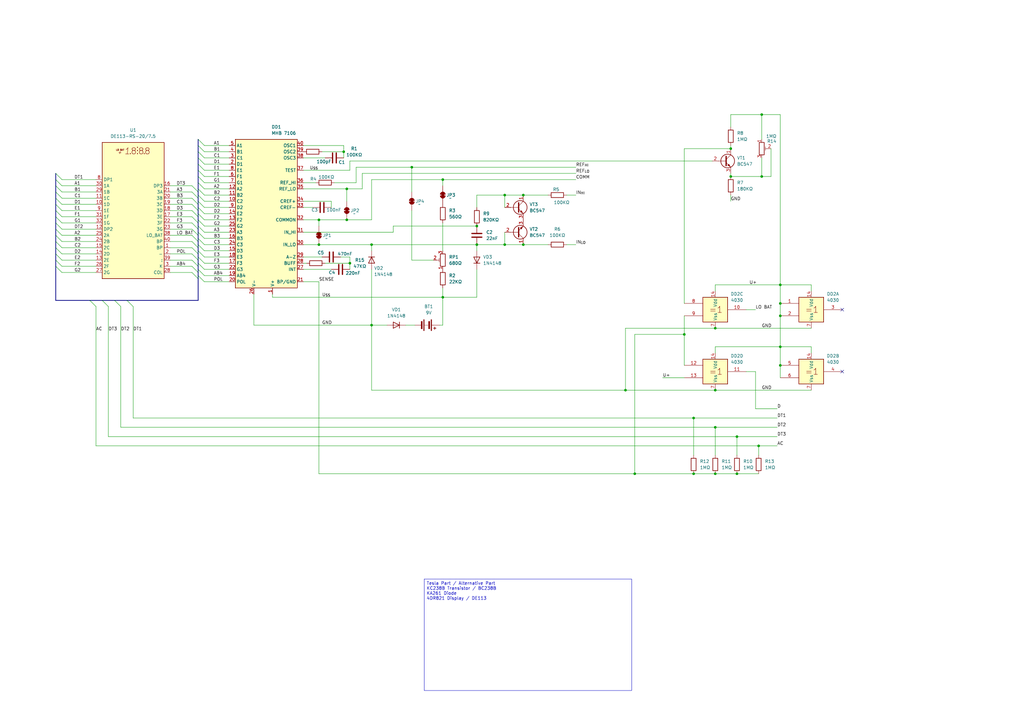
<source format=kicad_sch>
(kicad_sch (version 20250114) (generator "eeschema") (generator_version "9.0")
  (paper "A3")
  (lib_symbols
    (symbol "4xxx_IEEE:4030"
      (property "Reference" "U" (at 2.54 6.35 0))
      (property "Value" "4030" (at 6.35 -6.35 0))
      (symbol "4030_0_0"
        (rectangle (start -5.08 5.08) (end 5.08 -5.08) (stroke (width 0.254)) (fill (type background)))
        (text "=1" (at 0.254 0 0) (effects (font (size 2.54 2.54))))
        (pin power_in line (at 0 7.62 270) (length 2.54) (name "Vdd") (number "14"))
        (pin power_in line (at 0 -7.62 90) (length 2.54) (name "Vss") (number "7"))
      )
      (symbol "4030_1_1"
        (pin input line (at -12.7 2.54 0) (length 7.62) (name "~") (number "1"))
        (pin input line (at -12.7 -2.54 0) (length 7.62) (name "~") (number "2"))
        (pin output line (at 12.7 0 180) (length 7.62) (name "~") (number "3"))
      )
      (symbol "4030_2_1"
        (pin input line (at -12.7 2.54 0) (length 7.62) (name "~") (number "5"))
        (pin input line (at -12.7 -2.54 0) (length 7.62) (name "~") (number "6"))
        (pin output line (at 12.7 0 180) (length 7.62) (name "~") (number "4"))
      )
      (symbol "4030_3_1"
        (pin input line (at -12.7 2.54 0) (length 7.62) (name "~") (number "8"))
        (pin input line (at -12.7 -2.54 0) (length 7.62) (name "~") (number "9"))
        (pin output line (at 12.7 0 180) (length 7.62) (name "~") (number "10"))
      )
      (symbol "4030_4_1"
        (pin input line (at -12.7 2.54 0) (length 7.62) (name "~") (number "12"))
        (pin input line (at -12.7 -2.54 0) (length 7.62) (name "~") (number "13"))
        (pin output line (at 12.7 0 180) (length 7.62) (name "~") (number "11"))
      )
    )
    (symbol "Analog_ADC:ICL7106CPL"
      (property "Reference" "DD1" (at 2.1433 35.56 0))
      (property "Value" "MHB 7106" (at 2.1433 33.02 0))
      (symbol "ICL7106CPL_0_1"
        (rectangle (start -12.7 30.48) (end 12.7 -30.48) (stroke (width 0.254)) (fill (type background)))
      )
      (symbol "ICL7106CPL_1_1"
        (pin output line (at -15.24 27.94 0) (length 2.54) (name "A1") (number "5"))
        (pin output line (at -15.24 25.4 0) (length 2.54) (name "B1") (number "4"))
        (pin output line (at -15.24 22.86 0) (length 2.54) (name "C1") (number "3"))
        (pin output line (at -15.24 20.32 0) (length 2.54) (name "D1") (number "2"))
        (pin output line (at -15.24 17.78 0) (length 2.54) (name "E1") (number "8"))
        (pin output line (at -15.24 15.24 0) (length 2.54) (name "F1") (number "6"))
        (pin output line (at -15.24 12.7 0) (length 2.54) (name "G1") (number "7"))
        (pin output line (at -15.24 10.16 0) (length 2.54) (name "A2") (number "12"))
        (pin output line (at -15.24 7.62 0) (length 2.54) (name "B2") (number "11"))
        (pin output line (at -15.24 5.08 0) (length 2.54) (name "C2") (number "10"))
        (pin output line (at -15.24 2.54 0) (length 2.54) (name "D2") (number "9"))
        (pin output line (at -15.24 0 0) (length 2.54) (name "E2") (number "14"))
        (pin output line (at -15.24 -2.54 0) (length 2.54) (name "F2") (number "13"))
        (pin output line (at -15.24 -5.08 0) (length 2.54) (name "G2") (number "25"))
        (pin output line (at -15.24 -7.62 0) (length 2.54) (name "A3") (number "23"))
        (pin output line (at -15.24 -10.16 0) (length 2.54) (name "B3") (number "16"))
        (pin output line (at -15.24 -12.7 0) (length 2.54) (name "C3") (number "24"))
        (pin output line (at -15.24 -15.24 0) (length 2.54) (name "D3") (number "15"))
        (pin output line (at -15.24 -17.78 0) (length 2.54) (name "E3") (number "18"))
        (pin output line (at -15.24 -20.32 0) (length 2.54) (name "F3") (number "17"))
        (pin output line (at -15.24 -22.86 0) (length 2.54) (name "G3") (number "22"))
        (pin output line (at -15.24 -25.4 0) (length 2.54) (name "AB4") (number "19"))
        (pin output line (at -15.24 -27.94 0) (length 2.54) (name "POL") (number "20"))
        (pin power_in line (at -5.08 -33.02 90) (length 2.54) (name "V-") (number "26"))
        (pin power_in line (at 2.54 -33.02 90) (length 2.54) (name "V+") (number "1"))
        (pin passive line (at 15.24 27.94 180) (length 2.54) (name "OSC1") (number "40"))
        (pin passive line (at 15.24 25.4 180) (length 2.54) (name "OSC2") (number "39"))
        (pin passive line (at 15.24 22.86 180) (length 2.54) (name "OSC3") (number "38"))
        (pin passive line (at 15.24 17.78 180) (length 2.54) (name "TEST") (number "37"))
        (pin passive line (at 15.24 12.7 180) (length 2.54) (name "REF_HI") (number "36"))
        (pin passive line (at 15.24 10.16 180) (length 2.54) (name "REF_LO") (number "35"))
        (pin passive line (at 15.24 5.08 180) (length 2.54) (name "CREF+") (number "34"))
        (pin passive line (at 15.24 2.54 180) (length 2.54) (name "CREF-") (number "33"))
        (pin output line (at 15.24 -2.54 180) (length 2.54) (name "COMMON") (number "32"))
        (pin input line (at 15.24 -7.62 180) (length 2.54) (name "IN_HI") (number "31"))
        (pin input line (at 15.24 -12.7 180) (length 2.54) (name "IN_LO") (number "30"))
        (pin passive line (at 15.24 -17.78 180) (length 2.54) (name "A-Z") (number "29"))
        (pin output line (at 15.24 -20.32 180) (length 2.54) (name "BUFF") (number "28"))
        (pin passive line (at 15.24 -22.86 180) (length 2.54) (name "INT") (number "27"))
        (pin bidirectional line (at 15.24 -27.94 180) (length 2.54) (name "BP/GND") (number "21"))
      )
    )
    (symbol "Device:Battery" (pin_numbers (hide yes)) (pin_names (offset 0) (hide yes))
      (property "Reference" "BT" (at 2.54 2.54 0))
      (property "Value" "Battery" (at 2.54 0 0))
      (symbol "Battery_0_1"
        (rectangle (start -2.286 1.778) (end 2.286 1.524) (fill (type outline)))
        (rectangle (start -2.286 -1.27) (end 2.286 -1.524) (fill (type outline)))
        (rectangle (start -1.524 1.016) (end 1.524 0.508) (fill (type outline)))
        (rectangle (start -1.524 -2.032) (end 1.524 -2.54) (fill (type outline)))
        (polyline (pts (xy 0 1.778) (xy 0 2.54)))
        (polyline (pts (xy 0 0) (xy 0 0.254)))
        (polyline (pts (xy 0 -0.508) (xy 0 -0.254)))
        (polyline (pts (xy 0 -1.016) (xy 0 -0.762)))
        (polyline (pts (xy 0.762 3.048) (xy 1.778 3.048)) (stroke (width 0.254)))
        (polyline (pts (xy 1.27 3.556) (xy 1.27 2.54)) (stroke (width 0.254)))
      )
      (symbol "Battery_1_1"
        (pin passive line (at 0 5.08 270) (length 2.54) (name "+") (number "1"))
        (pin passive line (at 0 -5.08 90) (length 2.54) (name "-") (number "2"))
      )
    )
    (symbol "Device:C" (pin_numbers (hide yes)) (pin_names (offset 0.254))
      (property "Reference" "C" (at 0.635 2.54 0))
      (property "Value" "C" (at 0.635 -2.54 0))
      (symbol "C_0_1"
        (polyline (pts (xy -2.032 0.762) (xy 2.032 0.762)) (stroke (width 0.508)))
        (polyline (pts (xy -2.032 -0.762) (xy 2.032 -0.762)) (stroke (width 0.508)))
      )
      (symbol "C_1_1"
        (pin passive line (at 0 3.81 270) (length 2.794) (name "~") (number "1"))
        (pin passive line (at 0 -3.81 90) (length 2.794) (name "~") (number "2"))
      )
    )
    (symbol "Device:R" (pin_numbers (hide yes)) (pin_names (offset 0))
      (property "Reference" "R" (at 2.032 0 90))
      (property "Value" "R" (at 0 0 90))
      (symbol "R_0_1"
        (rectangle (start -1.016 -2.54) (end 1.016 2.54) (stroke (width 0.254)))
      )
      (symbol "R_1_1"
        (pin passive line (at 0 3.81 270) (length 1.27) (name "~") (number "1"))
        (pin passive line (at 0 -3.81 90) (length 1.27) (name "~") (number "2"))
      )
    )
    (symbol "Device:R_Potentiometer_Trim" (pin_names (offset 1.016) (hide yes))
      (property "Reference" "RV" (at -4.445 0 90))
      (property "Value" "R_Potentiometer_Trim" (at -2.54 0 90))
      (symbol "R_Potentiometer_Trim_0_1"
        (rectangle (start 1.016 2.54) (end -1.016 -2.54) (stroke (width 0.254)))
        (polyline (pts (xy 1.524 0.762) (xy 1.524 -0.762)))
        (polyline (pts (xy 2.54 0) (xy 1.524 0)))
      )
      (symbol "R_Potentiometer_Trim_1_1"
        (pin passive line (at 0 3.81 270) (length 1.27) (name "1") (number "1"))
        (pin passive line (at 0 -3.81 90) (length 1.27) (name "3") (number "3"))
        (pin passive line (at 3.81 0 180) (length 1.27) (name "2") (number "2"))
      )
    )
    (symbol "Diode:1N4148" (pin_numbers (hide yes)) (pin_names (hide yes))
      (property "Reference" "D" (at 0 2.54 0))
      (property "Value" "1N4148" (at 0 -2.54 0))
      (symbol "1N4148_0_1"
        (polyline (pts (xy -1.27 1.27) (xy -1.27 -1.27)) (stroke (width 0.254)))
        (polyline (pts (xy 1.27 1.27) (xy 1.27 -1.27) (xy -1.27 0) (xy 1.27 1.27)) (stroke (width 0.254)))
        (polyline (pts (xy 1.27 0) (xy -1.27 0)))
      )
      (symbol "1N4148_1_1"
        (pin passive line (at -3.81 0 0) (length 2.54) (name "K") (number "1"))
        (pin passive line (at 3.81 0 180) (length 2.54) (name "A") (number "2"))
      )
    )
    (symbol "Display_Character:DE113-XX-XX"
      (property "Reference" "U" (at -11.43 29.21 0))
      (property "Value" "DE113-XX-XX" (at -11.938 -30.226 0))
      (symbol "DE113-XX-XX_0_0"
        (text "+" (at -5.461 23.876 0) (effects (font (size 1.27 1.27) (italic yes))))
        (text "LO BAT" (at -5.334 24.892 0) (effects (font (size 0.635 0.635))))
        (text "1" (at -2.413 24.384 0) (effects (font (size 2.54 2.54) (italic yes))))
        (text "." (at -1.143 24.384 0) (effects (font (size 2.54 2.54))))
        (text "8" (at 0.254 24.384 0) (effects (font (size 2.54 2.54))))
        (text ":" (at 1.778 25.654 0) (effects (font (size 2.54 2.54))))
        (text "." (at 1.778 24.384 0) (effects (font (size 2.54 2.54))))
        (text "8" (at 3.302 24.384 0) (effects (font (size 2.54 2.54))))
        (text "." (at 4.572 24.384 0) (effects (font (size 2.54 2.54))))
        (text "8" (at 5.842 24.384 0) (effects (font (size 2.54 2.54))))
      )
      (symbol "DE113-XX-XX_0_1"
        (rectangle (start -12.7 27.94) (end 12.7 -27.94) (stroke (width 0.254)) (fill (type background)))
      )
      (symbol "DE113-XX-XX_1_1"
        (pin input line (at -15.24 12.7 0) (length 2.54) (name "DP1") (number "8"))
        (pin input line (at -15.24 10.16 0) (length 2.54) (name "1A") (number "30"))
        (pin input line (at -15.24 7.62 0) (length 2.54) (name "1B") (number "29"))
        (pin input line (at -15.24 5.08 0) (length 2.54) (name "1C") (number "11"))
        (pin input line (at -15.24 2.54 0) (length 2.54) (name "1D") (number "10"))
        (pin input line (at -15.24 0 0) (length 2.54) (name "1E") (number "9"))
        (pin input line (at -15.24 -2.54 0) (length 2.54) (name "1F") (number "31"))
        (pin input line (at -15.24 -5.08 0) (length 2.54) (name "1G") (number "32"))
        (pin input line (at -15.24 -7.62 0) (length 2.54) (name "DP2") (number "12"))
        (pin input line (at -15.24 -10.16 0) (length 2.54) (name "2A") (number "25"))
        (pin input line (at -15.24 -12.7 0) (length 2.54) (name "2B") (number "24"))
        (pin input line (at -15.24 -15.24 0) (length 2.54) (name "2C") (number "15"))
        (pin input line (at -15.24 -17.78 0) (length 2.54) (name "2D") (number "14"))
        (pin input line (at -15.24 -20.32 0) (length 2.54) (name "2E") (number "13"))
        (pin input line (at -15.24 -22.86 0) (length 2.54) (name "2F") (number "26"))
        (pin input line (at -15.24 -25.4 0) (length 2.54) (name "2G") (number "27"))
        (pin no_connect line (at -12.7 22.86 0) (length 2.54) (hide yes) (name "NC") (number "4"))
        (pin no_connect line (at -12.7 20.32 0) (length 2.54) (hide yes) (name "NC") (number "5"))
        (pin no_connect line (at -12.7 17.78 0) (length 2.54) (hide yes) (name "NC") (number "6"))
        (pin no_connect line (at -12.7 15.24 0) (length 2.54) (hide yes) (name "NC") (number "7"))
        (pin no_connect line (at 12.7 22.86 180) (length 2.54) (hide yes) (name "NC") (number "37"))
        (pin no_connect line (at 12.7 20.32 180) (length 2.54) (hide yes) (name "NC") (number "36"))
        (pin no_connect line (at 12.7 17.78 180) (length 2.54) (hide yes) (name "NC") (number "35"))
        (pin no_connect line (at 12.7 15.24 180) (length 2.54) (hide yes) (name "NC") (number "34"))
        (pin no_connect line (at 12.7 12.7 180) (length 2.54) (hide yes) (name "NC") (number "33"))
        (pin input line (at 15.24 10.16 180) (length 2.54) (name "DP3") (number "16"))
        (pin input line (at 15.24 7.62 180) (length 2.54) (name "3A") (number "21"))
        (pin input line (at 15.24 5.08 180) (length 2.54) (name "3B") (number "20"))
        (pin input line (at 15.24 2.54 180) (length 2.54) (name "3C") (number "19"))
        (pin input line (at 15.24 0 180) (length 2.54) (name "3D") (number "18"))
        (pin input line (at 15.24 -2.54 180) (length 2.54) (name "3E") (number "17"))
        (pin input line (at 15.24 -5.08 180) (length 2.54) (name "3F") (number "22"))
        (pin input line (at 15.24 -7.62 180) (length 2.54) (name "3G") (number "23"))
        (pin input line (at 15.24 -10.16 180) (length 2.54) (name "LO_BAT") (number "38"))
        (pin input line (at 15.24 -12.7 180) (length 2.54) (name "BP") (number "40"))
        (pin input line (at 15.24 -15.24 180) (length 2.54) (name "BP") (number "1"))
        (pin input line (at 15.24 -17.78 180) (length 2.54) (name "-") (number "2"))
        (pin input line (at 15.24 -20.32 180) (length 2.54) (name ":") (number "39"))
        (pin input line (at 15.24 -22.86 180) (length 2.54) (name "K") (number "3"))
        (pin input line (at 15.24 -25.4 180) (length 2.54) (name "COL") (number "28"))
      )
    )
    (symbol "Jumper:SolderJumper_2_Bridged" (pin_numbers (hide yes)) (pin_names (offset 0) (hide yes)) (in_bom no)
      (property "Reference" "JP" (at 0 2.032 0))
      (property "Value" "SolderJumper_2_Bridged" (at 0 -2.54 0))
      (symbol "SolderJumper_2_Bridged_0_1"
        (rectangle (start -0.508 0.508) (end 0.508 -0.508) (fill (type outline)))
        (polyline (pts (xy -0.254 1.016) (xy -0.254 -1.016)))
        (arc (start -0.254 -1.016) (mid -1.2656 0) (end -0.254 1.016))
        (arc (start -0.254 -1.016) (mid -1.2656 0) (end -0.254 1.016) (fill (type outline)))
        (arc (start 0.254 1.016) (mid 1.2656 0) (end 0.254 -1.016))
        (arc (start 0.254 1.016) (mid 1.2656 0) (end 0.254 -1.016) (fill (type outline)))
        (polyline (pts (xy 0.254 1.016) (xy 0.254 -1.016)))
      )
      (symbol "SolderJumper_2_Bridged_1_1"
        (pin passive line (at -3.81 0 0) (length 2.54) (name "A") (number "1"))
        (pin passive line (at 3.81 0 180) (length 2.54) (name "B") (number "2"))
      )
    )
    (symbol "Transistor_BJT:BC547" (pin_names (offset 0) (hide yes))
      (property "Reference" "Q" (at 5.08 1.905 0))
      (property "Value" "BC547" (at 5.08 0 0))
      (symbol "BC547_0_1"
        (polyline (pts (xy -2.54 0) (xy 0.635 0)))
        (polyline (pts (xy 0.635 1.905) (xy 0.635 -1.905)) (stroke (width 0.508)))
        (circle (center 1.27 0) (radius 2.8194) (stroke (width 0.254)))
      )
      (symbol "BC547_1_1"
        (polyline (pts (xy 0.635 0.635) (xy 2.54 2.54)))
        (polyline (pts (xy 0.635 -0.635) (xy 2.54 -2.54)))
        (polyline (pts (xy 1.27 -1.778) (xy 1.778 -1.27) (xy 2.286 -2.286) (xy 1.27 -1.778)) (fill (type outline)))
        (pin input line (at -5.08 0 0) (length 2.54) (name "B") (number "2"))
        (pin passive line (at 2.54 5.08 270) (length 2.54) (name "C") (number "1"))
        (pin passive line (at 2.54 -5.08 90) (length 2.54) (name "E") (number "3"))
      )
    )
  )
  (text_box "Tesla Part / Alternative Part\nKC238B Transistor / BC238B\nKA261 Diode\n4DR821 Display / DE113" (at 173.99 237.49 0) (size 85.09 45.72) (margins 0.9525 0.9525 0.9525 0.9525) (effects (font (size 1.27 1.27)) (justify left top)))
  (junction (at 312.42 46.99))
  (junction (at 207.01 80.01))
  (junction (at 320.04 142.24))
  (junction (at 256.54 160.02))
  (junction (at 181.61 121.92))
  (junction (at 320.04 116.84))
  (junction (at 181.61 73.66))
  (junction (at 312.42 72.39))
  (junction (at 284.48 194.31))
  (junction (at 140.97 62.23))
  (junction (at 142.24 90.17))
  (junction (at 207.01 100.33))
  (junction (at 293.37 194.31))
  (junction (at 143.51 107.95))
  (junction (at 152.4 133.35))
  (junction (at 195.58 100.33))
  (junction (at 130.81 90.17))
  (junction (at 284.48 171.45))
  (junction (at 299.72 72.39))
  (junction (at 320.04 124.46))
  (junction (at 152.4 100.33))
  (junction (at 311.15 182.88))
  (junction (at 214.63 100.33))
  (junction (at 302.26 194.31))
  (junction (at 320.04 129.54))
  (junction (at 214.63 80.01))
  (junction (at 168.91 68.58))
  (junction (at 195.58 92.71))
  (junction (at 260.35 194.31))
  (junction (at 320.04 149.86))
  (junction (at 293.37 175.26))
  (junction (at 293.37 160.02))
  (junction (at 142.24 77.47))
  (junction (at 299.72 60.96))
  (junction (at 280.67 137.16))
  (junction (at 293.37 134.62))
  (junction (at 302.26 179.07))
  (junction (at 130.81 100.33))
  (no_connect (at 345.44 127))
  (no_connect (at 345.44 152.4))
  (bus_entry (at 81.28 95.25) (size 2.54 2.54))
  (bus_entry (at 81.28 67.31) (size 2.54 2.54))
  (bus_entry (at 81.28 87.63) (size 2.54 2.54))
  (bus_entry (at 81.28 110.49) (size 2.54 2.54))
  (bus_entry (at 22.86 99.06) (size 2.54 2.54))
  (bus_entry (at 81.28 82.55) (size 2.54 2.54))
  (bus_entry (at 78.74 104.14) (size 2.54 2.54))
  (bus_entry (at 22.86 73.66) (size 2.54 2.54))
  (bus_entry (at 81.28 64.77) (size 2.54 2.54))
  (bus_entry (at 78.74 78.74) (size 2.54 2.54))
  (bus_entry (at 78.74 93.98) (size 2.54 2.54))
  (bus_entry (at 78.74 106.68) (size 2.54 2.54))
  (bus_entry (at 81.28 77.47) (size 2.54 2.54))
  (bus_entry (at 46.99 123.19) (size 2.54 2.54))
  (bus_entry (at 22.86 93.98) (size 2.54 2.54))
  (bus_entry (at 81.28 100.33) (size 2.54 2.54))
  (bus_entry (at 81.28 74.93) (size 2.54 2.54))
  (bus_entry (at 22.86 109.22) (size 2.54 2.54))
  (bus_entry (at 22.86 81.28) (size 2.54 2.54))
  (bus_entry (at 78.74 86.36) (size 2.54 2.54))
  (bus_entry (at 78.74 109.22) (size 2.54 2.54))
  (bus_entry (at 81.28 62.23) (size 2.54 2.54))
  (bus_entry (at 22.86 83.82) (size 2.54 2.54))
  (bus_entry (at 22.86 86.36) (size 2.54 2.54))
  (bus_entry (at 81.28 113.03) (size 2.54 2.54))
  (bus_entry (at 78.74 81.28) (size 2.54 2.54))
  (bus_entry (at 81.28 107.95) (size 2.54 2.54))
  (bus_entry (at 81.28 69.85) (size 2.54 2.54))
  (bus_entry (at 78.74 99.06) (size 2.54 2.54))
  (bus_entry (at 22.86 91.44) (size 2.54 2.54))
  (bus_entry (at 81.28 97.79) (size 2.54 2.54))
  (bus_entry (at 22.86 71.12) (size 2.54 2.54))
  (bus_entry (at 36.83 123.19) (size 2.54 2.54))
  (bus_entry (at 22.86 104.14) (size 2.54 2.54))
  (bus_entry (at 78.74 76.2) (size 2.54 2.54))
  (bus_entry (at 22.86 78.74) (size 2.54 2.54))
  (bus_entry (at 22.86 76.2) (size 2.54 2.54))
  (bus_entry (at 22.86 101.6) (size 2.54 2.54))
  (bus_entry (at 78.74 96.52) (size 2.54 2.54))
  (bus_entry (at 52.07 123.19) (size 2.54 2.54))
  (bus_entry (at 78.74 91.44) (size 2.54 2.54))
  (bus_entry (at 81.28 102.87) (size 2.54 2.54))
  (bus_entry (at 81.28 90.17) (size 2.54 2.54))
  (bus_entry (at 81.28 72.39) (size 2.54 2.54))
  (bus_entry (at 78.74 88.9) (size 2.54 2.54))
  (bus_entry (at 41.91 123.19) (size 2.54 2.54))
  (bus_entry (at 81.28 59.69) (size 2.54 2.54))
  (bus_entry (at 81.28 92.71) (size 2.54 2.54))
  (bus_entry (at 78.74 111.76) (size 2.54 2.54))
  (bus_entry (at 22.86 96.52) (size 2.54 2.54))
  (bus_entry (at 81.28 57.15) (size 2.54 2.54))
  (bus_entry (at 81.28 80.01) (size 2.54 2.54))
  (bus_entry (at 81.28 105.41) (size 2.54 2.54))
  (bus_entry (at 78.74 83.82) (size 2.54 2.54))
  (bus_entry (at 81.28 85.09) (size 2.54 2.54))
  (bus_entry (at 22.86 106.68) (size 2.54 2.54))
  (bus_entry (at 78.74 101.6) (size 2.54 2.54))
  (bus_entry (at 22.86 88.9) (size 2.54 2.54))
  (wire (pts (xy 129.54 74.93) (xy 124.46 74.93)))
  (wire (pts (xy 312.42 46.99) (xy 312.42 57.15)))
  (wire (pts (xy 293.37 144.78) (xy 293.37 142.24)))
  (wire (pts (xy 143.51 69.85) (xy 143.51 66.04)))
  (wire (pts (xy 299.72 82.55) (xy 299.72 80.01)))
  (wire (pts (xy 124.46 90.17) (xy 130.81 90.17)))
  (bus (pts (xy 22.86 101.6) (xy 22.86 104.14)))
  (wire (pts (xy 83.82 62.23) (xy 93.98 62.23)))
  (bus (pts (xy 81.28 99.06) (xy 81.28 100.33)))
  (wire (pts (xy 181.61 91.44) (xy 181.61 102.87)))
  (wire (pts (xy 293.37 134.62) (xy 332.74 134.62)))
  (wire (pts (xy 69.85 96.52) (xy 78.74 96.52)))
  (wire (pts (xy 195.58 102.87) (xy 195.58 100.33)))
  (wire (pts (xy 302.26 194.31) (xy 311.15 194.31)))
  (wire (pts (xy 25.4 96.52) (xy 39.37 96.52)))
  (bus (pts (xy 81.28 109.22) (xy 81.28 110.49)))
  (wire (pts (xy 152.4 133.35) (xy 158.75 133.35)))
  (wire (pts (xy 332.74 142.24) (xy 332.74 144.78)))
  (wire (pts (xy 181.61 73.66) (xy 181.61 76.2)))
  (wire (pts (xy 207.01 100.33) (xy 214.63 100.33)))
  (wire (pts (xy 142.24 90.17) (xy 152.4 90.17)))
  (wire (pts (xy 152.4 133.35) (xy 152.4 160.02)))
  (bus (pts (xy 81.28 114.3) (xy 81.28 123.19)))
  (wire (pts (xy 312.42 46.99) (xy 320.04 46.99)))
  (wire (pts (xy 69.85 104.14) (xy 78.74 104.14)))
  (bus (pts (xy 81.28 93.98) (xy 81.28 95.25)))
  (wire (pts (xy 207.01 85.09) (xy 207.01 80.01)))
  (bus (pts (xy 22.86 109.22) (xy 22.86 123.19)))
  (wire (pts (xy 130.81 115.57) (xy 130.81 194.31)))
  (wire (pts (xy 69.85 88.9) (xy 78.74 88.9)))
  (wire (pts (xy 293.37 134.62) (xy 256.54 134.62)))
  (wire (pts (xy 293.37 160.02) (xy 332.74 160.02)))
  (wire (pts (xy 83.82 80.01) (xy 93.98 80.01)))
  (bus (pts (xy 81.28 106.68) (xy 81.28 107.95)))
  (wire (pts (xy 146.05 68.58) (xy 146.05 74.93)))
  (wire (pts (xy 152.4 102.87) (xy 152.4 100.33)))
  (wire (pts (xy 299.72 46.99) (xy 312.42 46.99)))
  (wire (pts (xy 130.81 90.17) (xy 142.24 90.17)))
  (bus (pts (xy 81.28 100.33) (xy 81.28 101.6)))
  (wire (pts (xy 152.4 73.66) (xy 181.61 73.66)))
  (wire (pts (xy 124.46 82.55) (xy 135.89 82.55)))
  (wire (pts (xy 284.48 194.31) (xy 260.35 194.31)))
  (wire (pts (xy 69.85 93.98) (xy 78.74 93.98)))
  (wire (pts (xy 311.15 182.88) (xy 311.15 186.69)))
  (wire (pts (xy 293.37 116.84) (xy 320.04 116.84)))
  (bus (pts (xy 22.86 123.19) (xy 36.83 123.19)))
  (bus (pts (xy 81.28 69.85) (xy 81.28 72.39)))
  (wire (pts (xy 69.85 76.2) (xy 78.74 76.2)))
  (wire (pts (xy 180.34 133.35) (xy 181.61 133.35)))
  (wire (pts (xy 320.04 142.24) (xy 320.04 149.86)))
  (wire (pts (xy 25.4 101.6) (xy 39.37 101.6)))
  (bus (pts (xy 81.28 104.14) (xy 81.28 105.41)))
  (wire (pts (xy 124.46 100.33) (xy 130.81 100.33)))
  (bus (pts (xy 81.28 111.76) (xy 81.28 113.03)))
  (bus (pts (xy 81.28 85.09) (xy 81.28 86.36)))
  (wire (pts (xy 312.42 72.39) (xy 299.72 72.39)))
  (wire (pts (xy 195.58 121.92) (xy 195.58 110.49)))
  (wire (pts (xy 232.41 80.01) (xy 236.22 80.01)))
  (wire (pts (xy 280.67 137.16) (xy 280.67 149.86)))
  (bus (pts (xy 81.28 107.95) (xy 81.28 109.22)))
  (wire (pts (xy 133.35 107.95) (xy 143.51 107.95)))
  (bus (pts (xy 81.28 64.77) (xy 81.28 67.31)))
  (wire (pts (xy 195.58 80.01) (xy 207.01 80.01)))
  (wire (pts (xy 83.82 95.25) (xy 93.98 95.25)))
  (bus (pts (xy 41.91 123.19) (xy 46.99 123.19)))
  (wire (pts (xy 142.24 77.47) (xy 148.59 77.47)))
  (wire (pts (xy 25.4 111.76) (xy 39.37 111.76)))
  (wire (pts (xy 25.4 99.06) (xy 39.37 99.06)))
  (bus (pts (xy 81.28 78.74) (xy 81.28 80.01)))
  (wire (pts (xy 280.67 60.96) (xy 299.72 60.96)))
  (bus (pts (xy 46.99 123.19) (xy 52.07 123.19)))
  (wire (pts (xy 280.67 60.96) (xy 280.67 124.46)))
  (wire (pts (xy 69.85 86.36) (xy 78.74 86.36)))
  (wire (pts (xy 256.54 134.62) (xy 256.54 160.02)))
  (wire (pts (xy 311.15 182.88) (xy 318.77 182.88)))
  (wire (pts (xy 25.4 86.36) (xy 39.37 86.36)))
  (wire (pts (xy 25.4 81.28) (xy 39.37 81.28)))
  (wire (pts (xy 320.04 149.86) (xy 320.04 154.94)))
  (wire (pts (xy 54.61 171.45) (xy 284.48 171.45)))
  (wire (pts (xy 104.14 133.35) (xy 152.4 133.35)))
  (wire (pts (xy 25.4 83.82) (xy 39.37 83.82)))
  (bus (pts (xy 81.28 96.52) (xy 81.28 97.79)))
  (wire (pts (xy 195.58 100.33) (xy 207.01 100.33)))
  (wire (pts (xy 309.88 167.64) (xy 309.88 152.4)))
  (bus (pts (xy 81.28 80.01) (xy 81.28 81.28)))
  (wire (pts (xy 83.82 72.39) (xy 93.98 72.39)))
  (wire (pts (xy 293.37 175.26) (xy 318.77 175.26)))
  (wire (pts (xy 181.61 118.11) (xy 181.61 121.92)))
  (wire (pts (xy 214.63 100.33) (xy 224.79 100.33)))
  (wire (pts (xy 83.82 64.77) (xy 93.98 64.77)))
  (wire (pts (xy 168.91 86.36) (xy 168.91 106.68)))
  (bus (pts (xy 81.28 57.15) (xy 81.28 59.69)))
  (wire (pts (xy 83.82 77.47) (xy 93.98 77.47)))
  (wire (pts (xy 125.73 107.95) (xy 124.46 107.95)))
  (wire (pts (xy 83.82 100.33) (xy 93.98 100.33)))
  (wire (pts (xy 207.01 80.01) (xy 214.63 80.01)))
  (bus (pts (xy 22.86 104.14) (xy 22.86 106.68)))
  (bus (pts (xy 81.28 97.79) (xy 81.28 99.06)))
  (wire (pts (xy 69.85 78.74) (xy 78.74 78.74)))
  (wire (pts (xy 69.85 83.82) (xy 78.74 83.82)))
  (bus (pts (xy 81.28 88.9) (xy 81.28 90.17)))
  (wire (pts (xy 152.4 100.33) (xy 195.58 100.33)))
  (wire (pts (xy 152.4 73.66) (xy 152.4 90.17)))
  (bus (pts (xy 81.28 102.87) (xy 81.28 104.14)))
  (wire (pts (xy 320.04 46.99) (xy 320.04 116.84)))
  (wire (pts (xy 130.81 100.33) (xy 152.4 100.33)))
  (wire (pts (xy 69.85 101.6) (xy 78.74 101.6)))
  (bus (pts (xy 81.28 91.44) (xy 81.28 92.71)))
  (wire (pts (xy 130.81 194.31) (xy 260.35 194.31)))
  (wire (pts (xy 148.59 71.12) (xy 236.22 71.12)))
  (wire (pts (xy 293.37 175.26) (xy 293.37 186.69)))
  (wire (pts (xy 309.88 152.4) (xy 306.07 152.4)))
  (wire (pts (xy 111.76 121.92) (xy 181.61 121.92)))
  (wire (pts (xy 49.53 175.26) (xy 293.37 175.26)))
  (wire (pts (xy 124.46 115.57) (xy 130.81 115.57)))
  (wire (pts (xy 168.91 68.58) (xy 236.22 68.58)))
  (bus (pts (xy 22.86 83.82) (xy 22.86 86.36)))
  (wire (pts (xy 83.82 97.79) (xy 93.98 97.79)))
  (wire (pts (xy 83.82 67.31) (xy 93.98 67.31)))
  (bus (pts (xy 52.07 123.19) (xy 81.28 123.19)))
  (wire (pts (xy 111.76 121.92) (xy 111.76 120.65)))
  (wire (pts (xy 25.4 78.74) (xy 39.37 78.74)))
  (wire (pts (xy 39.37 125.73) (xy 39.37 182.88)))
  (wire (pts (xy 306.07 127) (xy 309.88 127)))
  (wire (pts (xy 25.4 106.68) (xy 39.37 106.68)))
  (wire (pts (xy 83.82 59.69) (xy 93.98 59.69)))
  (wire (pts (xy 320.04 124.46) (xy 320.04 129.54)))
  (wire (pts (xy 25.4 104.14) (xy 39.37 104.14)))
  (wire (pts (xy 293.37 142.24) (xy 320.04 142.24)))
  (bus (pts (xy 81.28 92.71) (xy 81.28 93.98)))
  (bus (pts (xy 22.86 91.44) (xy 22.86 93.98)))
  (wire (pts (xy 69.85 99.06) (xy 78.74 99.06)))
  (bus (pts (xy 81.28 110.49) (xy 81.28 111.76)))
  (wire (pts (xy 135.89 82.55) (xy 135.89 85.09)))
  (wire (pts (xy 124.46 105.41) (xy 132.08 105.41)))
  (wire (pts (xy 168.91 106.68) (xy 177.8 106.68)))
  (wire (pts (xy 83.82 113.03) (xy 93.98 113.03)))
  (bus (pts (xy 81.28 77.47) (xy 81.28 78.74)))
  (wire (pts (xy 69.85 109.22) (xy 78.74 109.22)))
  (bus (pts (xy 22.86 81.28) (xy 22.86 83.82)))
  (wire (pts (xy 83.82 92.71) (xy 93.98 92.71)))
  (bus (pts (xy 22.86 106.68) (xy 22.86 109.22)))
  (wire (pts (xy 146.05 68.58) (xy 168.91 68.58)))
  (wire (pts (xy 143.51 107.95) (xy 143.51 110.49)))
  (wire (pts (xy 256.54 160.02) (xy 293.37 160.02)))
  (wire (pts (xy 39.37 182.88) (xy 311.15 182.88)))
  (bus (pts (xy 81.28 67.31) (xy 81.28 69.85)))
  (wire (pts (xy 83.82 90.17) (xy 93.98 90.17)))
  (wire (pts (xy 181.61 73.66) (xy 236.22 73.66)))
  (wire (pts (xy 224.79 80.01) (xy 214.63 80.01)))
  (wire (pts (xy 316.23 72.39) (xy 312.42 72.39)))
  (wire (pts (xy 140.97 59.69) (xy 140.97 62.23)))
  (wire (pts (xy 25.4 109.22) (xy 39.37 109.22)))
  (wire (pts (xy 25.4 91.44) (xy 39.37 91.44)))
  (bus (pts (xy 81.28 72.39) (xy 81.28 74.93)))
  (wire (pts (xy 124.46 59.69) (xy 140.97 59.69)))
  (wire (pts (xy 124.46 110.49) (xy 135.89 110.49)))
  (bus (pts (xy 81.28 74.93) (xy 81.28 77.47)))
  (wire (pts (xy 83.82 85.09) (xy 93.98 85.09)))
  (wire (pts (xy 309.88 167.64) (xy 318.77 167.64)))
  (wire (pts (xy 140.97 62.23) (xy 140.97 64.77)))
  (bus (pts (xy 81.28 90.17) (xy 81.28 91.44)))
  (wire (pts (xy 161.29 95.25) (xy 161.29 92.71)))
  (wire (pts (xy 293.37 119.38) (xy 293.37 116.84)))
  (wire (pts (xy 181.61 121.92) (xy 195.58 121.92)))
  (wire (pts (xy 69.85 106.68) (xy 78.74 106.68)))
  (wire (pts (xy 320.04 116.84) (xy 332.74 116.84)))
  (bus (pts (xy 22.86 88.9) (xy 22.86 91.44)))
  (wire (pts (xy 83.82 87.63) (xy 93.98 87.63)))
  (wire (pts (xy 320.04 129.54) (xy 320.04 142.24)))
  (wire (pts (xy 132.08 62.23) (xy 140.97 62.23)))
  (wire (pts (xy 316.23 60.96) (xy 316.23 72.39)))
  (wire (pts (xy 146.05 74.93) (xy 137.16 74.93)))
  (wire (pts (xy 69.85 111.76) (xy 78.74 111.76)))
  (wire (pts (xy 83.82 105.41) (xy 93.98 105.41)))
  (wire (pts (xy 302.26 179.07) (xy 302.26 186.69)))
  (wire (pts (xy 284.48 171.45) (xy 318.77 171.45)))
  (wire (pts (xy 104.14 120.65) (xy 104.14 133.35)))
  (wire (pts (xy 25.4 93.98) (xy 39.37 93.98)))
  (wire (pts (xy 25.4 76.2) (xy 39.37 76.2)))
  (wire (pts (xy 83.82 82.55) (xy 93.98 82.55)))
  (wire (pts (xy 148.59 77.47) (xy 148.59 71.12)))
  (bus (pts (xy 81.28 87.63) (xy 81.28 88.9)))
  (wire (pts (xy 280.67 129.54) (xy 280.67 137.16)))
  (wire (pts (xy 49.53 125.73) (xy 49.53 175.26)))
  (bus (pts (xy 22.86 99.06) (xy 22.86 101.6)))
  (wire (pts (xy 83.82 107.95) (xy 93.98 107.95)))
  (bus (pts (xy 81.28 62.23) (xy 81.28 64.77)))
  (bus (pts (xy 81.28 82.55) (xy 81.28 83.82)))
  (wire (pts (xy 69.85 91.44) (xy 78.74 91.44)))
  (wire (pts (xy 181.61 133.35) (xy 181.61 121.92)))
  (wire (pts (xy 170.18 133.35) (xy 166.37 133.35)))
  (bus (pts (xy 81.28 113.03) (xy 81.28 114.3)))
  (bus (pts (xy 81.28 86.36) (xy 81.28 87.63)))
  (bus (pts (xy 36.83 123.19) (xy 41.91 123.19)))
  (wire (pts (xy 161.29 92.71) (xy 195.58 92.71)))
  (bus (pts (xy 81.28 81.28) (xy 81.28 82.55)))
  (wire (pts (xy 143.51 66.04) (xy 292.1 66.04)))
  (bus (pts (xy 22.86 78.74) (xy 22.86 81.28)))
  (wire (pts (xy 83.82 115.57) (xy 93.98 115.57)))
  (wire (pts (xy 232.41 100.33) (xy 236.22 100.33)))
  (wire (pts (xy 44.45 179.07) (xy 302.26 179.07)))
  (wire (pts (xy 260.35 137.16) (xy 280.67 137.16)))
  (wire (pts (xy 25.4 88.9) (xy 39.37 88.9)))
  (bus (pts (xy 22.86 71.12) (xy 22.86 73.66)))
  (wire (pts (xy 25.4 73.66) (xy 39.37 73.66)))
  (wire (pts (xy 284.48 194.31) (xy 293.37 194.31)))
  (wire (pts (xy 124.46 69.85) (xy 143.51 69.85)))
  (wire (pts (xy 195.58 85.09) (xy 195.58 80.01)))
  (bus (pts (xy 81.28 101.6) (xy 81.28 102.87)))
  (wire (pts (xy 299.72 72.39) (xy 299.72 71.12)))
  (wire (pts (xy 139.7 105.41) (xy 143.51 105.41)))
  (bus (pts (xy 81.28 83.82) (xy 81.28 85.09)))
  (wire (pts (xy 83.82 102.87) (xy 93.98 102.87)))
  (wire (pts (xy 320.04 142.24) (xy 332.74 142.24)))
  (wire (pts (xy 152.4 110.49) (xy 152.4 133.35)))
  (bus (pts (xy 81.28 59.69) (xy 81.28 62.23)))
  (wire (pts (xy 124.46 64.77) (xy 133.35 64.77)))
  (wire (pts (xy 142.24 77.47) (xy 142.24 82.55)))
  (bus (pts (xy 22.86 96.52) (xy 22.86 99.06)))
  (wire (pts (xy 260.35 194.31) (xy 260.35 137.16)))
  (wire (pts (xy 128.27 85.09) (xy 124.46 85.09)))
  (bus (pts (xy 22.86 93.98) (xy 22.86 96.52)))
  (wire (pts (xy 271.78 154.94) (xy 280.67 154.94)))
  (wire (pts (xy 207.01 95.25) (xy 207.01 100.33)))
  (wire (pts (xy 152.4 160.02) (xy 256.54 160.02)))
  (wire (pts (xy 124.46 95.25) (xy 161.29 95.25)))
  (wire (pts (xy 299.72 59.69) (xy 299.72 60.96)))
  (wire (pts (xy 320.04 116.84) (xy 320.04 124.46)))
  (bus (pts (xy 22.86 73.66) (xy 22.86 76.2)))
  (wire (pts (xy 143.51 105.41) (xy 143.51 107.95)))
  (wire (pts (xy 44.45 125.73) (xy 44.45 179.07)))
  (wire (pts (xy 284.48 186.69) (xy 284.48 171.45)))
  (wire (pts (xy 130.81 90.17) (xy 130.81 92.71)))
  (wire (pts (xy 299.72 52.07) (xy 299.72 46.99)))
  (wire (pts (xy 332.74 116.84) (xy 332.74 119.38)))
  (bus (pts (xy 22.86 86.36) (xy 22.86 88.9)))
  (bus (pts (xy 81.28 95.25) (xy 81.28 96.52)))
  (wire (pts (xy 83.82 69.85) (xy 93.98 69.85)))
  (wire (pts (xy 312.42 64.77) (xy 312.42 72.39)))
  (wire (pts (xy 83.82 74.93) (xy 93.98 74.93)))
  (wire (pts (xy 54.61 125.73) (xy 54.61 171.45)))
  (wire (pts (xy 69.85 81.28) (xy 78.74 81.28)))
  (wire (pts (xy 124.46 77.47) (xy 142.24 77.47)))
  (bus (pts (xy 81.28 105.41) (xy 81.28 106.68)))
  (wire (pts (xy 83.82 110.49) (xy 93.98 110.49)))
  (bus (pts (xy 22.86 76.2) (xy 22.86 78.74)))
  (wire (pts (xy 293.37 194.31) (xy 302.26 194.31)))
  (wire (pts (xy 302.26 179.07) (xy 318.77 179.07)))
  (wire (pts (xy 168.91 68.58) (xy 168.91 78.74)))
  (label "B1" (at 30.48 78.74 0))
  (label "U+" (at 307.34 116.84 0))
  (label "U_{SS}" (at 132.08 121.92 0))
  (label "GND" (at 299.72 82.55 0))
  (label "DT1" (at 318.77 171.45 0))
  (label "DT3" (at 318.77 179.07 0))
  (label "DT2" (at 318.77 175.26 0))
  (label "A1" (at 30.48 76.2 0))
  (label "U+" (at 271.78 154.94 0))
  (label "LO BAT" (at 72.39 96.52 0))
  (label "B3" (at 72.39 81.28 0))
  (label "E3" (at 72.39 88.9 0))
  (label "F3" (at 72.39 91.44 0))
  (label "G3" (at 72.39 93.98 0))
  (label "C3" (at 72.39 83.82 0))
  (label "D3" (at 72.39 86.36 0))
  (label "A3" (at 72.39 78.74 0))
  (label "DT3" (at 72.39 76.2 0))
  (label "D1" (at 30.48 83.82 0))
  (label "AB4" (at 72.39 109.22 0))
  (label "DT2" (at 49.53 135.89 0))
  (label "GND" (at 132.08 133.35 0))
  (label "GND" (at 312.42 134.62 0))
  (label "DT1" (at 54.61 135.89 0))
  (label "AC" (at 39.37 135.89 0))
  (label "DT3" (at 44.45 135.89 0))
  (label "C1" (at 30.48 81.28 0))
  (label "U_{SS}" (at 127 69.85 0))
  (label "E1" (at 30.48 86.36 0))
  (label "REF_{HI}" (at 236.22 68.58 0))
  (label "LO BAT" (at 309.88 127 0))
  (label "AC" (at 318.77 182.88 0))
  (label "D" (at 318.77 167.64 0))
  (label "GND" (at 312.42 160.02 0))
  (label "AB4" (at 87.63 113.03 0))
  (label "POL" (at 87.63 115.57 0))
  (label "COMM" (at 236.22 73.66 0))
  (label "REF_{LO}" (at 236.22 71.12 0))
  (label "POL" (at 72.39 104.14 0))
  (label "C2" (at 87.63 82.55 0))
  (label "D2" (at 87.63 85.09 0))
  (label "D2" (at 87.63 87.63 0))
  (label "A2" (at 87.63 77.47 0))
  (label "B2" (at 87.63 80.01 0))
  (label "G1" (at 87.63 74.93 0))
  (label "E1" (at 87.63 69.85 0))
  (label "F1" (at 87.63 72.39 0))
  (label "D1" (at 87.63 67.31 0))
  (label "C1" (at 87.63 64.77 0))
  (label "B1" (at 87.63 62.23 0))
  (label "A1" (at 87.63 59.69 0))
  (label "F2" (at 87.63 90.17 0))
  (label "G2" (at 87.63 92.71 0))
  (label "A3" (at 87.63 95.25 0))
  (label "F3" (at 87.63 107.95 0))
  (label "D3" (at 87.63 102.87 0))
  (label "E3" (at 87.63 105.41 0))
  (label "B3" (at 87.63 97.79 0))
  (label "C3" (at 87.63 100.33 0))
  (label "G3" (at 87.63 110.49 0))
  (label "IN_{HI}" (at 236.22 80.01 0))
  (label "IN_{LO}" (at 236.22 100.33 0))
  (label "DT1" (at 30.48 73.66 0))
  (label "D2" (at 30.48 104.14 0))
  (label "E2" (at 30.48 106.68 0))
  (label "F2" (at 30.48 109.22 0))
  (label "A2" (at 30.48 96.52 0))
  (label "B2" (at 30.48 99.06 0))
  (label "C2" (at 30.48 101.6 0))
  (label "G2" (at 30.48 111.76 0))
  (label "DT2" (at 30.48 93.98 0))
  (label "G1" (at 30.48 91.44 0))
  (label "F1" (at 30.48 88.9 0))
  (label "SENSE" (at 130.81 115.57 0))
  (symbol (lib_id "Jumper:SolderJumper_2_Bridged") (at 142.24 86.36 90) (unit 1) (in_bom no)
    (property "Reference" "JP2" (at 143.764 86.36 90) (effects (justify right)))
    (property "Value" "~" (at 144.78 87.6299 90) (effects (justify right)))
    (property "Description" "Solder Jumper, 2-pole, closed/bridged" (effects (hide yes)))
  )
  (symbol (lib_id "Device:R") (at 129.54 107.95 90) (unit 1)
    (property "Reference" "R15" (at 147.574 106.68 90))
    (property "Value" "47KΩ" (at 147.574 109.22 90))
    (property "Description" "Resistor" (effects (hide yes)))
  )
  (symbol (lib_id "Transistor_BJT:BC547") (at 297.18 66.04 0) (unit 1)
    (property "Reference" "VT1" (at 302.26 64.7699 0) (effects (justify left)))
    (property "Value" "BC547" (at 302.26 67.3099 0) (effects (justify left)))
    (property "Footprint" "Package_TO_SOT_THT:TO-92_Inline" (effects (hide yes)))
    (property "Datasheet" "https://www.onsemi.com/pub/Collateral/BC550-D.pdf" (effects (hide yes)))
    (property "Description" "0.1A Ic, 45V Vce, Small Signal NPN Transistor, TO-92" (effects (hide yes)))
  )
  (symbol (lib_id "Device:R_Potentiometer_Trim") (at 181.61 106.68 180) (unit 1)
    (property "Reference" "RP1" (at 184.15 105.4099 0) (effects (justify right)))
    (property "Value" "680Ω" (at 184.15 107.9499 0) (effects (justify right)))
    (property "Description" "Trim-potentiometer" (effects (hide yes)))
  )
  (symbol (lib_id "Jumper:SolderJumper_2_Bridged") (at 168.91 82.55 90) (unit 1) (in_bom no)
    (property "Reference" "JP4" (at 170.434 82.55 90) (effects (justify right)))
    (property "Value" "~" (at 171.45 83.8199 90) (effects (justify right)))
    (property "Description" "Solder Jumper, 2-pole, closed/bridged" (effects (hide yes)))
  )
  (symbol (lib_id "Device:R") (at 299.72 76.2 0) (unit 1)
    (property "Reference" "R7" (at 302.26 74.9299 0) (effects (justify left)))
    (property "Value" "180KΩ" (at 302.26 77.4699 0) (effects (justify left)))
    (property "Description" "Resistor" (effects (hide yes)))
  )
  (symbol (lib_id "4xxx_IEEE:4030") (at 332.74 127 0) (unit 1)
    (property "Reference" "DD2" (at 341.63 120.5798 0))
    (property "Value" "4030" (at 341.63 123.1198 0))
  )
  (symbol (lib_id "Device:R_Potentiometer_Trim") (at 312.42 60.96 0) (unit 1)
    (property "Reference" "R14" (at 318.516 57.912 0) (effects (justify right)))
    (property "Value" "1MΩ" (at 318.516 55.88 0) (effects (justify right)))
    (property "Description" "Trim-potentiometer" (effects (hide yes)))
  )
  (symbol (lib_id "4xxx_IEEE:4030") (at 293.37 152.4 0) (unit 4)
    (property "Reference" "DD2" (at 302.26 145.9798 0))
    (property "Value" "4030" (at 302.26 148.5198 0))
  )
  (symbol (lib_id "Transistor_BJT:BC547") (at 212.09 85.09 0) (unit 1)
    (property "Reference" "VT3" (at 217.17 83.8199 0) (effects (justify left)))
    (property "Value" "BC547" (at 217.17 86.3599 0) (effects (justify left)))
    (property "Footprint" "Package_TO_SOT_THT:TO-92_Inline" (effects (hide yes)))
    (property "Datasheet" "https://www.onsemi.com/pub/Collateral/BC550-D.pdf" (effects (hide yes)))
    (property "Description" "0.1A Ic, 45V Vce, Small Signal NPN Transistor, TO-92" (effects (hide yes)))
  )
  (symbol (lib_id "Device:C") (at 135.89 105.41 90) (unit 1)
    (property "Reference" "C5" (at 131.572 103.632 90))
    (property "Value" "470nF" (at 141.478 104.14 90))
    (property "Description" "Unpolarized capacitor" (effects (hide yes)))
  )
  (symbol (lib_id "Device:R") (at 128.27 62.23 90) (unit 1)
    (property "Reference" "R1" (at 145.288 60.96 90))
    (property "Value" "100KΩ" (at 145.288 63.5 90))
    (property "Description" "Resistor" (effects (hide yes)))
  )
  (symbol (lib_id "Device:R") (at 293.37 190.5 0) (unit 1)
    (property "Reference" "R11" (at 295.91 189.2299 0) (effects (justify left)))
    (property "Value" "1MΩ" (at 295.91 191.7699 0) (effects (justify left)))
    (property "Description" "Resistor" (effects (hide yes)))
  )
  (symbol (lib_id "Diode:1N4148") (at 162.56 133.35 180) (unit 1)
    (property "Reference" "VD1" (at 162.56 127 0))
    (property "Value" "1N4148" (at 162.56 129.54 0))
    (property "Footprint" "Diode_THT:D_DO-35_SOD27_P7.62mm_Horizontal" (effects (hide yes)))
    (property "Datasheet" "https://assets.nexperia.com/documents/data-sheet/1N4148_1N4448.pdf" (effects (hide yes)))
    (property "Description" "100V 0.15A standard switching diode, DO-35" (effects (hide yes)))
    (property "Sim.Device" "D" (effects (hide yes)))
    (property "Sim.Pins" "1=K 2=A" (effects (hide yes)))
  )
  (symbol (lib_id "Device:R") (at 195.58 88.9 0) (unit 1)
    (property "Reference" "R9" (at 198.12 87.6299 0) (effects (justify left)))
    (property "Value" "820KΩ" (at 198.12 90.1699 0) (effects (justify left)))
    (property "Description" "Resistor" (effects (hide yes)))
  )
  (symbol (lib_id "Device:R") (at 181.61 87.63 0) (unit 1)
    (property "Reference" "R3" (at 184.15 86.3599 0) (effects (justify left)))
    (property "Value" "560Ω" (at 184.15 88.8999 0) (effects (justify left)))
    (property "Description" "Resistor" (effects (hide yes)))
  )
  (symbol (lib_id "Diode:1N4148") (at 152.4 106.68 270) (unit 1)
    (property "Reference" "VD2" (at 153.416 109.982 90) (effects (justify left)))
    (property "Value" "1N4148" (at 153.416 112.522 90) (effects (justify left)))
    (property "Footprint" "Diode_THT:D_DO-35_SOD27_P7.62mm_Horizontal" (effects (hide yes)))
    (property "Datasheet" "https://assets.nexperia.com/documents/data-sheet/1N4148_1N4448.pdf" (effects (hide yes)))
    (property "Description" "100V 0.15A standard switching diode, DO-35" (effects (hide yes)))
    (property "Sim.Device" "D" (effects (hide yes)))
    (property "Sim.Pins" "1=K 2=A" (effects (hide yes)))
  )
  (symbol (lib_id "Transistor_BJT:BC547") (at 212.09 95.25 0) (mirror x) (unit 1)
    (property "Reference" "VT2" (at 217.17 93.9799 0) (effects (justify left)))
    (property "Value" "BC547" (at 217.17 96.5199 0) (effects (justify left)))
    (property "Footprint" "Package_TO_SOT_THT:TO-92_Inline" (effects (hide yes)))
    (property "Datasheet" "https://www.onsemi.com/pub/Collateral/BC550-D.pdf" (effects (hide yes)))
    (property "Description" "0.1A Ic, 45V Vce, Small Signal NPN Transistor, TO-92" (effects (hide yes)))
  )
  (symbol (lib_id "Device:Battery") (at 175.26 133.35 270) (unit 1)
    (property "Reference" "BT1" (at 175.8315 125.73 90))
    (property "Value" "9V" (at 175.8315 128.27 90))
    (property "Description" "Multiple-cell battery" (effects (hide yes)))
  )
  (symbol (lib_id "Device:C") (at 132.08 85.09 90) (unit 1)
    (property "Reference" "C3" (at 129.032 86.106 90))
    (property "Value" "100nF" (at 136.906 86.106 90))
    (property "Description" "Unpolarized capacitor" (effects (hide yes)))
  )
  (symbol (lib_id "Diode:1N4148") (at 195.58 106.68 90) (unit 1)
    (property "Reference" "VD3" (at 198.12 105.4099 90) (effects (justify right)))
    (property "Value" "1N4148" (at 198.12 107.9499 90) (effects (justify right)))
    (property "Footprint" "Diode_THT:D_DO-35_SOD27_P7.62mm_Horizontal" (effects (hide yes)))
    (property "Datasheet" "https://assets.nexperia.com/documents/data-sheet/1N4148_1N4448.pdf" (effects (hide yes)))
    (property "Description" "100V 0.15A standard switching diode, DO-35" (effects (hide yes)))
    (property "Sim.Device" "D" (effects (hide yes)))
    (property "Sim.Pins" "1=K 2=A" (effects (hide yes)))
  )
  (symbol (lib_id "Device:R") (at 228.6 100.33 90) (unit 1)
    (property "Reference" "R6" (at 228.6 93.98 90))
    (property "Value" "100KΩ" (at 228.6 96.52 90))
    (property "Description" "Resistor" (effects (hide yes)))
  )
  (symbol (lib_id "Device:R") (at 133.35 74.93 90) (unit 1)
    (property "Reference" "R4" (at 128.524 73.406 90))
    (property "Value" "100KΩ" (at 133.858 72.644 90))
    (property "Description" "Resistor" (effects (hide yes)))
  )
  (symbol (lib_id "Analog_ADC:ICL7106CPL") (at 109.22 87.63 0) (unit 1)
    (property "Reference" "DD1" (at 111.3633 52.07 0) (effects (justify left)))
    (property "Value" "MHB 7106" (at 111.3633 54.61 0) (effects (justify left)))
    (property "Footprint" "Package_DIP:DIP-40_W15.24mm" (effects (hide yes)))
    (property "Datasheet" "https://www.renesas.com/eu/en/www/doc/datasheet/icl7106-07-07s.pdf" (effects (hide yes)))
    (property "Description" "3 1/2 Digit, LCD Display, A/D Converter, DIP-40" (effects (hide yes)))
  )
  (symbol (lib_id "Device:C") (at 139.7 110.49 90) (unit 1)
    (property "Reference" "C4" (at 136.144 111.76 90))
    (property "Value" "220nF" (at 144.78 112.014 90))
    (property "Description" "Unpolarized capacitor" (effects (hide yes)))
  )
  (symbol (lib_id "Display_Character:DE113-XX-XX") (at 54.61 86.36 0) (unit 1)
    (property "Reference" "U1" (at 54.61 53.34 0))
    (property "Value" "DE113-RS-20/7.5" (at 54.61 55.88 0))
    (property "Footprint" "Display_7Segment:DE113-XX-XX" (effects (hide yes)))
    (property "Datasheet" "http://www.display-elektronik.de/filter/DE113-MS-20_75.pdf" (effects (hide yes)))
    (property "Description" "3 and half digit 7 segment transmissive standard LCD with LO BAT, pin length 7.5mm, -20°C to +70°C, 3V-5V VDD" (effects (hide yes)))
  )
  (symbol (lib_id "Device:R") (at 302.26 190.5 0) (unit 1)
    (property "Reference" "R10" (at 304.8 189.2299 0) (effects (justify left)))
    (property "Value" "1MΩ" (at 304.8 191.7699 0) (effects (justify left)))
    (property "Description" "Resistor" (effects (hide yes)))
  )
  (symbol (lib_id "Device:R") (at 299.72 55.88 0) (unit 1)
    (property "Reference" "R8" (at 302.26 54.6099 0) (effects (justify left)))
    (property "Value" "1MΩ" (at 302.26 57.1499 0) (effects (justify left)))
    (property "Description" "Resistor" (effects (hide yes)))
  )
  (symbol (lib_id "Jumper:SolderJumper_2_Bridged") (at 130.81 96.52 90) (unit 1) (in_bom no)
    (property "Reference" "JP1" (at 132.334 96.52 90) (effects (justify right)))
    (property "Value" "~" (at 133.35 97.7899 90) (effects (justify right)))
    (property "Description" "Solder Jumper, 2-pole, closed/bridged" (effects (hide yes)))
  )
  (symbol (lib_id "Jumper:SolderJumper_2_Bridged") (at 181.61 80.01 90) (unit 1) (in_bom no)
    (property "Reference" "JP3" (at 183.134 80.01 90) (effects (justify right)))
    (property "Value" "~" (at 184.15 81.2799 90) (effects (justify right)))
    (property "Description" "Solder Jumper, 2-pole, closed/bridged" (effects (hide yes)))
  )
  (symbol (lib_id "Device:R") (at 311.15 190.5 0) (unit 1)
    (property "Reference" "R13" (at 313.69 189.2299 0) (effects (justify left)))
    (property "Value" "1MΩ" (at 313.69 191.7699 0) (effects (justify left)))
    (property "Description" "Resistor" (effects (hide yes)))
  )
  (symbol (lib_id "Device:R") (at 284.48 190.5 0) (unit 1)
    (property "Reference" "R12" (at 287.02 189.2299 0) (effects (justify left)))
    (property "Value" "1MΩ" (at 287.02 191.7699 0) (effects (justify left)))
    (property "Description" "Resistor" (effects (hide yes)))
  )
  (symbol (lib_id "4xxx_IEEE:4030") (at 332.74 152.4 0) (unit 2)
    (property "Reference" "DD2" (at 341.63 145.9798 0))
    (property "Value" "4030" (at 341.63 148.5198 0))
  )
  (symbol (lib_id "Device:C") (at 195.58 96.52 0) (unit 1)
    (property "Reference" "C2" (at 199.39 95.2499 0) (effects (justify left)))
    (property "Value" "22nF" (at 199.39 97.7899 0) (effects (justify left)))
    (property "Description" "Unpolarized capacitor" (effects (hide yes)))
  )
  (symbol (lib_id "4xxx_IEEE:4030") (at 293.37 127 0) (unit 3)
    (property "Reference" "DD2" (at 302.26 120.5798 0))
    (property "Value" "4030" (at 302.26 123.1198 0))
  )
  (symbol (lib_id "Device:R") (at 181.61 114.3 0) (unit 1)
    (property "Reference" "R2" (at 184.15 113.0299 0) (effects (justify left)))
    (property "Value" "22KΩ" (at 184.15 115.5699 0) (effects (justify left)))
    (property "Description" "Resistor" (effects (hide yes)))
  )
  (symbol (lib_id "Device:C") (at 137.16 64.77 90) (unit 1)
    (property "Reference" "C1" (at 140.208 66.548 90))
    (property "Value" "100pF" (at 132.842 66.294 90))
    (property "Description" "Unpolarized capacitor" (effects (hide yes)))
  )
  (symbol (lib_id "Device:R") (at 228.6 80.01 90) (unit 1)
    (property "Reference" "R5" (at 228.092 77.724 90))
    (property "Value" "100KΩ" (at 230.378 83.058 90))
    (property "Description" "Resistor" (effects (hide yes)))
  )
)
</source>
